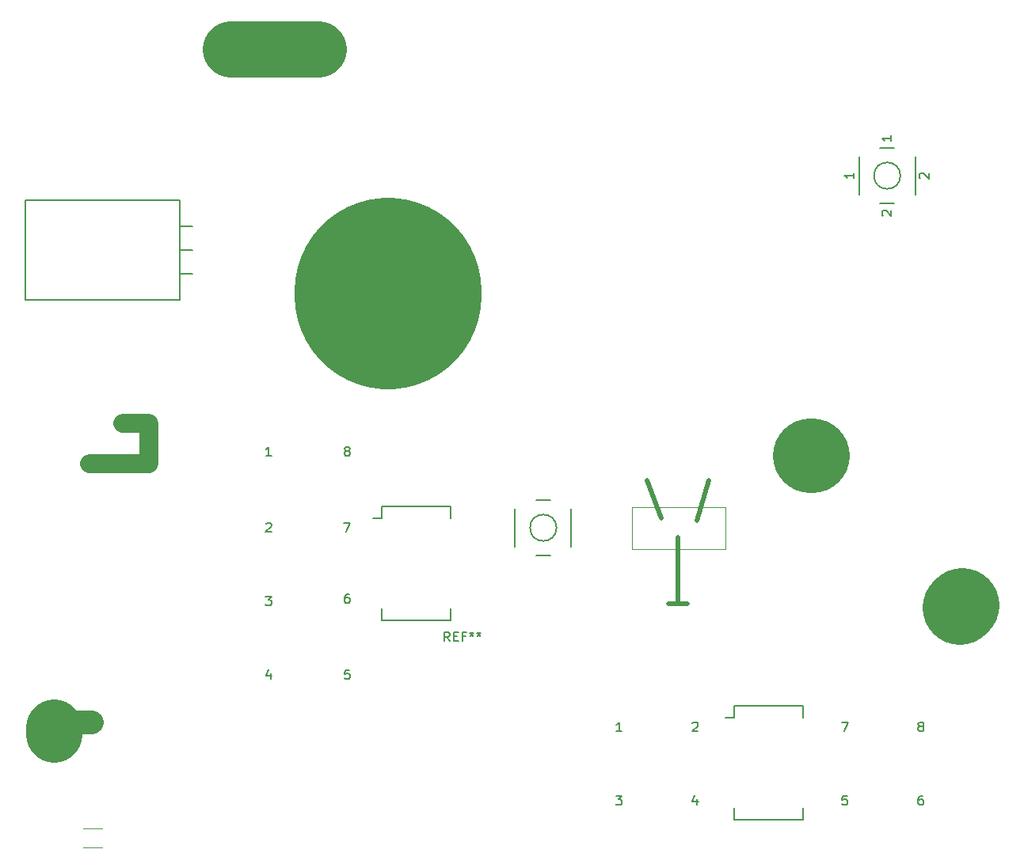
<source format=gto>
G04 #@! TF.FileFunction,Legend,Top*
%FSLAX46Y46*%
G04 Gerber Fmt 4.6, Leading zero omitted, Abs format (unit mm)*
G04 Created by KiCad (PCBNEW 4.0.1-3.201512221402+6198~38~ubuntu14.04.1-stable) date Tue 16 Feb 2016 12:41:40 PM PST*
%MOMM*%
G01*
G04 APERTURE LIST*
%ADD10C,0.100000*%
%ADD11C,0.500000*%
%ADD12C,0.050800*%
%ADD13C,0.150000*%
%ADD14C,8.000000*%
%ADD15C,2.500000*%
%ADD16C,6.000000*%
%ADD17C,2.000000*%
%ADD18C,20.000000*%
G04 APERTURE END LIST*
D10*
D11*
X101936000Y-86206000D02*
X103206000Y-81888000D01*
X98126000Y-85952000D02*
X96602000Y-81888000D01*
X99904000Y-95096000D02*
X99904000Y-87984000D01*
X98888000Y-95096000D02*
X100920000Y-95096000D01*
D12*
X94968000Y-89268000D02*
X94968000Y-84768000D01*
X104968000Y-89268000D02*
X94968000Y-89268000D01*
X104968000Y-84768000D02*
X104968000Y-89268000D01*
X94968000Y-84768000D02*
X104968000Y-84768000D01*
D13*
X46592000Y-59790000D02*
X47989000Y-59790000D01*
X46592000Y-57250000D02*
X47989000Y-57250000D01*
X46592000Y-54710000D02*
X47989000Y-54710000D01*
X38083000Y-51916000D02*
X30082000Y-51916000D01*
X30082000Y-51916000D02*
X30082000Y-62584000D01*
X30082000Y-62584000D02*
X38083000Y-62584000D01*
X46592000Y-51916000D02*
X38083000Y-51916000D01*
X38083000Y-62584000D02*
X46592000Y-62584000D01*
X46592000Y-57250000D02*
X46592000Y-62584000D01*
X46592000Y-57250000D02*
X46592000Y-51916000D01*
D14*
X114306000Y-79238000D02*
X114052000Y-79238000D01*
X130308000Y-95240000D02*
X130054000Y-95494000D01*
D12*
X38285000Y-119145000D02*
X36285000Y-119145000D01*
X38285000Y-121145000D02*
X36285000Y-121145000D01*
D15*
X33141000Y-107780000D02*
X37205000Y-107780000D01*
D16*
X33141000Y-109050000D02*
X33141000Y-108542000D01*
X33141000Y-109050000D02*
X33141000Y-108288000D01*
D17*
X36951000Y-80098000D02*
X43301000Y-80098000D01*
X43301000Y-75780000D02*
X40507000Y-75780000D01*
X43301000Y-80098000D02*
X43301000Y-76034000D01*
D13*
X105915000Y-106023000D02*
X105915000Y-107293000D01*
X113265000Y-106023000D02*
X113265000Y-107293000D01*
X113265000Y-118233000D02*
X113265000Y-116963000D01*
X105915000Y-118233000D02*
X105915000Y-116963000D01*
X105915000Y-106023000D02*
X113265000Y-106023000D01*
X105915000Y-118233000D02*
X113265000Y-118233000D01*
X105915000Y-107293000D02*
X104980000Y-107293000D01*
X68201000Y-84685000D02*
X68201000Y-85955000D01*
X75551000Y-84685000D02*
X75551000Y-85955000D01*
X75551000Y-96895000D02*
X75551000Y-95625000D01*
X68201000Y-96895000D02*
X68201000Y-95625000D01*
X68201000Y-84685000D02*
X75551000Y-84685000D01*
X68201000Y-96895000D02*
X75551000Y-96895000D01*
X68201000Y-85955000D02*
X67266000Y-85955000D01*
X123658414Y-49296600D02*
G75*
G03X123658414Y-49296600I-1414214J0D01*
G01*
X125244200Y-51296600D02*
X125244200Y-47296600D01*
X119244200Y-51296600D02*
X119244200Y-47296600D01*
X122994200Y-52296600D02*
X121494200Y-52296600D01*
X121494200Y-46296600D02*
X122994200Y-46296600D01*
D10*
X122244200Y-52296600D02*
X122244200Y-52296600D01*
X125244200Y-47296600D02*
X125244200Y-51296600D01*
X119244200Y-47296600D02*
X119244200Y-51296600D01*
X122244200Y-46296600D02*
X122244200Y-46296600D01*
X123658414Y-49296600D02*
G75*
G03X123658414Y-49296600I-1414214J0D01*
G01*
D16*
X61476000Y-35716000D02*
X52078000Y-35716000D01*
D13*
X86888414Y-86974600D02*
G75*
G03X86888414Y-86974600I-1414214J0D01*
G01*
X88474200Y-88974600D02*
X88474200Y-84974600D01*
X82474200Y-88974600D02*
X82474200Y-84974600D01*
X86224200Y-89974600D02*
X84724200Y-89974600D01*
X84724200Y-83974600D02*
X86224200Y-83974600D01*
D10*
X85474200Y-89974600D02*
X85474200Y-89974600D01*
X88474200Y-84974600D02*
X88474200Y-88974600D01*
X82474200Y-84974600D02*
X82474200Y-88974600D01*
X85474200Y-83974600D02*
X85474200Y-83974600D01*
X86888414Y-86974600D02*
G75*
G03X86888414Y-86974600I-1414214J0D01*
G01*
D18*
X68898000Y-61658000D02*
X68898000Y-62166000D01*
D13*
X93873715Y-108770381D02*
X93302286Y-108770381D01*
X93588000Y-108770381D02*
X93588000Y-107770381D01*
X93492762Y-107913238D01*
X93397524Y-108008476D01*
X93302286Y-108056095D01*
X101430286Y-107865619D02*
X101477905Y-107818000D01*
X101573143Y-107770381D01*
X101811239Y-107770381D01*
X101906477Y-107818000D01*
X101954096Y-107865619D01*
X102001715Y-107960857D01*
X102001715Y-108056095D01*
X101954096Y-108198952D01*
X101382667Y-108770381D01*
X102001715Y-108770381D01*
X93254667Y-115644381D02*
X93873715Y-115644381D01*
X93540381Y-116025333D01*
X93683239Y-116025333D01*
X93778477Y-116072952D01*
X93826096Y-116120571D01*
X93873715Y-116215810D01*
X93873715Y-116453905D01*
X93826096Y-116549143D01*
X93778477Y-116596762D01*
X93683239Y-116644381D01*
X93397524Y-116644381D01*
X93302286Y-116596762D01*
X93254667Y-116549143D01*
X101906477Y-115977714D02*
X101906477Y-116644381D01*
X101668381Y-115596762D02*
X101430286Y-116311048D01*
X102049334Y-116311048D01*
X117384667Y-107770381D02*
X118051334Y-107770381D01*
X117622762Y-108770381D01*
X125750762Y-108198952D02*
X125655524Y-108151333D01*
X125607905Y-108103714D01*
X125560286Y-108008476D01*
X125560286Y-107960857D01*
X125607905Y-107865619D01*
X125655524Y-107818000D01*
X125750762Y-107770381D01*
X125941239Y-107770381D01*
X126036477Y-107818000D01*
X126084096Y-107865619D01*
X126131715Y-107960857D01*
X126131715Y-108008476D01*
X126084096Y-108103714D01*
X126036477Y-108151333D01*
X125941239Y-108198952D01*
X125750762Y-108198952D01*
X125655524Y-108246571D01*
X125607905Y-108294190D01*
X125560286Y-108389429D01*
X125560286Y-108579905D01*
X125607905Y-108675143D01*
X125655524Y-108722762D01*
X125750762Y-108770381D01*
X125941239Y-108770381D01*
X126036477Y-108722762D01*
X126084096Y-108675143D01*
X126131715Y-108579905D01*
X126131715Y-108389429D01*
X126084096Y-108294190D01*
X126036477Y-108246571D01*
X125941239Y-108198952D01*
X117956096Y-115644381D02*
X117479905Y-115644381D01*
X117432286Y-116120571D01*
X117479905Y-116072952D01*
X117575143Y-116025333D01*
X117813239Y-116025333D01*
X117908477Y-116072952D01*
X117956096Y-116120571D01*
X118003715Y-116215810D01*
X118003715Y-116453905D01*
X117956096Y-116549143D01*
X117908477Y-116596762D01*
X117813239Y-116644381D01*
X117575143Y-116644381D01*
X117479905Y-116596762D01*
X117432286Y-116549143D01*
X126036477Y-115644381D02*
X125846000Y-115644381D01*
X125750762Y-115692000D01*
X125703143Y-115739619D01*
X125607905Y-115882476D01*
X125560286Y-116072952D01*
X125560286Y-116453905D01*
X125607905Y-116549143D01*
X125655524Y-116596762D01*
X125750762Y-116644381D01*
X125941239Y-116644381D01*
X126036477Y-116596762D01*
X126084096Y-116549143D01*
X126131715Y-116453905D01*
X126131715Y-116215810D01*
X126084096Y-116120571D01*
X126036477Y-116072952D01*
X125941239Y-116025333D01*
X125750762Y-116025333D01*
X125655524Y-116072952D01*
X125607905Y-116120571D01*
X125560286Y-116215810D01*
X56413715Y-79304381D02*
X55842286Y-79304381D01*
X56128000Y-79304381D02*
X56128000Y-78304381D01*
X56032762Y-78447238D01*
X55937524Y-78542476D01*
X55842286Y-78590095D01*
X64414762Y-78732952D02*
X64319524Y-78685333D01*
X64271905Y-78637714D01*
X64224286Y-78542476D01*
X64224286Y-78494857D01*
X64271905Y-78399619D01*
X64319524Y-78352000D01*
X64414762Y-78304381D01*
X64605239Y-78304381D01*
X64700477Y-78352000D01*
X64748096Y-78399619D01*
X64795715Y-78494857D01*
X64795715Y-78542476D01*
X64748096Y-78637714D01*
X64700477Y-78685333D01*
X64605239Y-78732952D01*
X64414762Y-78732952D01*
X64319524Y-78780571D01*
X64271905Y-78828190D01*
X64224286Y-78923429D01*
X64224286Y-79113905D01*
X64271905Y-79209143D01*
X64319524Y-79256762D01*
X64414762Y-79304381D01*
X64605239Y-79304381D01*
X64700477Y-79256762D01*
X64748096Y-79209143D01*
X64795715Y-79113905D01*
X64795715Y-78923429D01*
X64748096Y-78828190D01*
X64700477Y-78780571D01*
X64605239Y-78732952D01*
X55842286Y-86527619D02*
X55889905Y-86480000D01*
X55985143Y-86432381D01*
X56223239Y-86432381D01*
X56318477Y-86480000D01*
X56366096Y-86527619D01*
X56413715Y-86622857D01*
X56413715Y-86718095D01*
X56366096Y-86860952D01*
X55794667Y-87432381D01*
X56413715Y-87432381D01*
X55794667Y-94306381D02*
X56413715Y-94306381D01*
X56080381Y-94687333D01*
X56223239Y-94687333D01*
X56318477Y-94734952D01*
X56366096Y-94782571D01*
X56413715Y-94877810D01*
X56413715Y-95115905D01*
X56366096Y-95211143D01*
X56318477Y-95258762D01*
X56223239Y-95306381D01*
X55937524Y-95306381D01*
X55842286Y-95258762D01*
X55794667Y-95211143D01*
X56318477Y-102513714D02*
X56318477Y-103180381D01*
X56080381Y-102132762D02*
X55842286Y-102847048D01*
X56461334Y-102847048D01*
X64748096Y-102180381D02*
X64271905Y-102180381D01*
X64224286Y-102656571D01*
X64271905Y-102608952D01*
X64367143Y-102561333D01*
X64605239Y-102561333D01*
X64700477Y-102608952D01*
X64748096Y-102656571D01*
X64795715Y-102751810D01*
X64795715Y-102989905D01*
X64748096Y-103085143D01*
X64700477Y-103132762D01*
X64605239Y-103180381D01*
X64367143Y-103180381D01*
X64271905Y-103132762D01*
X64224286Y-103085143D01*
X64700477Y-94052381D02*
X64510000Y-94052381D01*
X64414762Y-94100000D01*
X64367143Y-94147619D01*
X64271905Y-94290476D01*
X64224286Y-94480952D01*
X64224286Y-94861905D01*
X64271905Y-94957143D01*
X64319524Y-95004762D01*
X64414762Y-95052381D01*
X64605239Y-95052381D01*
X64700477Y-95004762D01*
X64748096Y-94957143D01*
X64795715Y-94861905D01*
X64795715Y-94623810D01*
X64748096Y-94528571D01*
X64700477Y-94480952D01*
X64605239Y-94433333D01*
X64414762Y-94433333D01*
X64319524Y-94480952D01*
X64271905Y-94528571D01*
X64224286Y-94623810D01*
X64176667Y-86432381D02*
X64843334Y-86432381D01*
X64414762Y-87432381D01*
X75490667Y-99124381D02*
X75157333Y-98648190D01*
X74919238Y-99124381D02*
X74919238Y-98124381D01*
X75300191Y-98124381D01*
X75395429Y-98172000D01*
X75443048Y-98219619D01*
X75490667Y-98314857D01*
X75490667Y-98457714D01*
X75443048Y-98552952D01*
X75395429Y-98600571D01*
X75300191Y-98648190D01*
X74919238Y-98648190D01*
X75919238Y-98600571D02*
X76252572Y-98600571D01*
X76395429Y-99124381D02*
X75919238Y-99124381D01*
X75919238Y-98124381D01*
X76395429Y-98124381D01*
X77157334Y-98600571D02*
X76824000Y-98600571D01*
X76824000Y-99124381D02*
X76824000Y-98124381D01*
X77300191Y-98124381D01*
X77824000Y-98124381D02*
X77824000Y-98362476D01*
X77585905Y-98267238D02*
X77824000Y-98362476D01*
X78062096Y-98267238D01*
X77681143Y-98552952D02*
X77824000Y-98362476D01*
X77966858Y-98552952D01*
X78585905Y-98124381D02*
X78585905Y-98362476D01*
X78347810Y-98267238D02*
X78585905Y-98362476D01*
X78824001Y-98267238D01*
X78443048Y-98552952D02*
X78585905Y-98362476D01*
X78728763Y-98552952D01*
X118682381Y-49004285D02*
X118682381Y-49575714D01*
X118682381Y-49290000D02*
X117682381Y-49290000D01*
X117825238Y-49385238D01*
X117920476Y-49480476D01*
X117968095Y-49575714D01*
X122682381Y-45004285D02*
X122682381Y-45575714D01*
X122682381Y-45290000D02*
X121682381Y-45290000D01*
X121825238Y-45385238D01*
X121920476Y-45480476D01*
X121968095Y-45575714D01*
X125777619Y-49575714D02*
X125730000Y-49528095D01*
X125682381Y-49432857D01*
X125682381Y-49194761D01*
X125730000Y-49099523D01*
X125777619Y-49051904D01*
X125872857Y-49004285D01*
X125968095Y-49004285D01*
X126110952Y-49051904D01*
X126682381Y-49623333D01*
X126682381Y-49004285D01*
X121777619Y-53575714D02*
X121730000Y-53528095D01*
X121682381Y-53432857D01*
X121682381Y-53194761D01*
X121730000Y-53099523D01*
X121777619Y-53051904D01*
X121872857Y-53004285D01*
X121968095Y-53004285D01*
X122110952Y-53051904D01*
X122682381Y-53623333D01*
X122682381Y-53004285D01*
M02*

</source>
